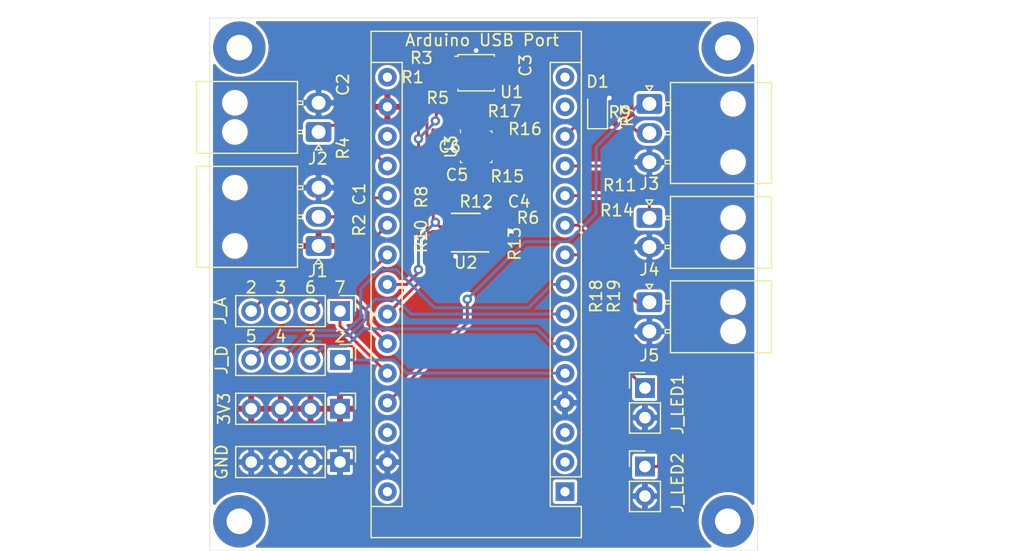
<source format=kicad_pcb>
(kicad_pcb (version 20171130) (host pcbnew "(5.1.5)-3")
  (layers (0 F.Cu signal) (31 B.Cu signal) (34 B.Paste user) (35 F.Paste user) (36 B.SilkS user) (37 F.SilkS user) (38 B.Mask user) (39 F.Mask user) (44 Edge.Cuts user))
  (net 0 "")
  (net 1 GND)
  (net 2 SCL)
  (net 3 SDA)
  (net 4 +3V3)
  (net 5 ATempMeas)
  (net 6 "Net-(R12-Pad1)")
  (net 7 +5V)
  (net 8 AFloodMeas)
  (net 9 DFlow)
  (net 10 Relay1)
  (net 11 Relay2)
  (net 12 "Net-(J4-Pad1)")
  (net 13 "Net-(J5-Pad1)")
  (net 14 "Net-(J3-Pad2)")
  (net 15 LED2)
  (net 16 LED1)
  (net 17 "Net-(J_LED1-Pad1)")
  (net 18 "Net-(J_LED2-Pad1)")
  (net 19 A7)
  (net 20 A6)
  (net 21 A3)
  (net 22 A2)
  (net 23 "Net-(R5-Pad2)")
  (net 24 "Net-(R6-Pad2)")
  (net 25 "Net-(R13-Pad1)")
  (net 26 "Net-(R15-Pad2)")
  (net 27 D5)
  (net 28 D4)
  (net 29 D3)
  (net 30 D2)
  (module Package_LGA:Bosch_LGA-8_2.5x2.5mm_P0.65mm_ClockwisePinNumbering (layer F.Cu) (at 129.54 77.089)
    (fp_text reference U3 (at -2.159 0 90) (layer F.SilkS))
    (fp_text value BME280)
    (pad 5 smd rect (at 0.975 1.025 90) (size 0.5 0.35) (layers F.Cu F.Paste F.Mask) (net 26 "Net-(R15-Pad2)"))
    (pad 6 smd rect (at 0.325 1.025 90) (size 0.5 0.35) (layers F.Cu F.Paste F.Mask) (net 4 +3V3))
    (pad 7 smd rect (at -0.325 1.025 90) (size 0.5 0.35) (layers F.Cu F.Paste F.Mask) (net 1 GND))
    (pad 8 smd rect (at -0.975 1.025 90) (size 0.5 0.35) (layers F.Cu F.Paste F.Mask) (net 4 +3V3))
    (pad 1 smd rect (at -0.975 -1.025 90) (size 0.5 0.35) (layers F.Cu F.Paste F.Mask) (net 1 GND))
    (pad 2 smd rect (at -0.325 -1.025 90) (size 0.5 0.35) (layers F.Cu F.Paste F.Mask) (net 4 +3V3))
    (pad 3 smd rect (at 0.325 -1.025 90) (size 0.5 0.35) (layers F.Cu F.Paste F.Mask) (net 3 SDA))
    (pad 4 smd rect (at 0.975 -1.025 90) (size 0.5 0.35) (layers F.Cu F.Paste F.Mask) (net 2 SCL))
  )
  (module Connector_PinHeader_2.54mm:PinHeader_1x04_P2.54mm_Vertical (layer F.Cu) (at 117.856 104.14 270)
    (fp_text reference J_GND1 hide)
    (fp_text value GND (at 0 10.16 90) (layer F.SilkS))
    (pad 4 thru_hole oval (at 0 7.62 270) (size 1.7 1.7) (drill 1) (layers *.Cu *.Mask) (net 1 GND))
    (pad 3 thru_hole oval (at 0 5.08 270) (size 1.7 1.7) (drill 1) (layers *.Cu *.Mask) (net 1 GND))
    (pad 2 thru_hole oval (at 0 2.54 270) (size 1.7 1.7) (drill 1) (layers *.Cu *.Mask) (net 1 GND))
    (pad 1 thru_hole rect (at 0 0 270) (size 1.7 1.7) (drill 1) (layers *.Cu *.Mask) (net 1 GND))
  )
  (module Connector_PinHeader_2.54mm:PinHeader_1x04_P2.54mm_Vertical (layer F.Cu) (at 117.856 99.568 270)
    (fp_text reference J_3V3 hide)
    (fp_text value 3V3 (at 0 9.95 90) (layer F.SilkS))
    (pad 4 thru_hole oval (at 0 7.62 270) (size 1.7 1.7) (drill 1) (layers *.Cu *.Mask) (net 4 +3V3))
    (pad 3 thru_hole oval (at 0 5.08 270) (size 1.7 1.7) (drill 1) (layers *.Cu *.Mask) (net 4 +3V3))
    (pad 2 thru_hole oval (at 0 2.54 270) (size 1.7 1.7) (drill 1) (layers *.Cu *.Mask) (net 4 +3V3))
    (pad 1 thru_hole rect (at 0 0 270) (size 1.7 1.7) (drill 1) (layers *.Cu *.Mask) (net 4 +3V3))
  )
  (module Connector_PinHeader_2.54mm:PinHeader_1x04_P2.54mm_Vertical (layer F.Cu) (at 117.856 95.377 270)
    (fp_text reference J_D1 hide)
    (fp_text value J_D (at 0 10.16 90) (layer F.SilkS))
    (pad 4 thru_hole oval (at 0 7.62 270) (size 1.7 1.7) (drill 1) (layers *.Cu *.Mask) (net 27 D5))
    (pad 3 thru_hole oval (at 0 5.08 270) (size 1.7 1.7) (drill 1) (layers *.Cu *.Mask) (net 28 D4))
    (pad 2 thru_hole oval (at 0 2.54 270) (size 1.7 1.7) (drill 1) (layers *.Cu *.Mask) (net 29 D3))
    (pad 1 thru_hole rect (at 0 0 270) (size 1.7 1.7) (drill 1) (layers *.Cu *.Mask) (net 30 D2))
  )
  (module Connector_PinHeader_2.54mm:PinHeader_1x04_P2.54mm_Vertical (layer F.Cu) (at 117.856 91.186 270)
    (fp_text reference J_A1 hide)
    (fp_text value J_A (at 0 10.287 90) (layer F.SilkS))
    (pad 4 thru_hole oval (at 0 7.62 270) (size 1.7 1.7) (drill 1) (layers *.Cu *.Mask) (net 22 A2))
    (pad 3 thru_hole oval (at 0 5.08 270) (size 1.7 1.7) (drill 1) (layers *.Cu *.Mask) (net 21 A3))
    (pad 2 thru_hole oval (at 0 2.54 270) (size 1.7 1.7) (drill 1) (layers *.Cu *.Mask) (net 20 A6))
    (pad 1 thru_hole rect (at 0 0 270) (size 1.7 1.7) (drill 1) (layers *.Cu *.Mask) (net 19 A7))
  )
  (module Resistor_SMD:R_0201_0603Metric (layer F.Cu) (at 141.351 87.63 270)
    (fp_text reference R19 (at 2.286 0 90) (layer F.SilkS))
    (fp_text value 562R)
    (pad 2 smd roundrect (at 0.32 0 270) (size 0.46 0.4) (layers F.Cu F.Mask) (net 18 "Net-(J_LED2-Pad1)"))
    (pad 1 smd roundrect (at -0.32 0 270) (size 0.46 0.4) (layers F.Cu F.Mask) (net 15 LED2))
  )
  (module Resistor_SMD:R_0201_0603Metric (layer F.Cu) (at 139.827 87.63 270)
    (fp_text reference R18 (at 2.286 0 90) (layer F.SilkS))
    (fp_text value 562R)
    (pad 2 smd roundrect (at 0.32 0 270) (size 0.46 0.4) (layers F.Cu F.Mask) (net 17 "Net-(J_LED1-Pad1)"))
    (pad 1 smd roundrect (at -0.32 0 270) (size 0.46 0.4) (layers F.Cu F.Mask) (net 16 LED1))
  )
  (module Connector_PinHeader_2.54mm:PinHeader_1x02_P2.54mm_Vertical (layer F.Cu) (at 144.018 104.521)
    (fp_text reference J_LED2 (at 2.794 1.397 90) (layer F.SilkS))
    (fp_text value PinHeader1x02)
    (pad 2 thru_hole oval (at 0 2.54) (size 1.7 1.7) (drill 1) (layers *.Cu *.Mask) (net 1 GND))
    (pad 1 thru_hole rect (at 0 0) (size 1.7 1.7) (drill 1) (layers *.Cu *.Mask) (net 18 "Net-(J_LED2-Pad1)"))
  )
  (module Connector_PinHeader_2.54mm:PinHeader_1x02_P2.54mm_Vertical (layer F.Cu) (at 144.018 97.79)
    (fp_text reference J_LED1 (at 2.794 1.397 90) (layer F.SilkS))
    (fp_text value PinHeader1x02)
    (pad 2 thru_hole oval (at 0 2.54) (size 1.7 1.7) (drill 1) (layers *.Cu *.Mask) (net 1 GND))
    (pad 1 thru_hole rect (at 0 0) (size 1.7 1.7) (drill 1) (layers *.Cu *.Mask) (net 17 "Net-(J_LED1-Pad1)"))
  )
  (module Connector_Molex:Molex_Nano-Fit_105313-xx03_1x03_P2.50mm_Horizontal (layer F.Cu) (at 116.019 85.598 180)
    (fp_text reference J1 (at 0.068 -2.159) (layer F.SilkS))
    (fp_text value "Molex 1053131103")
    (pad "" np_thru_hole circle (at 7.18 5 180) (size 1.7 1.7) (drill 1.7) (layers *.Cu *.Mask))
    (pad "" np_thru_hole circle (at 7.18 0 180) (size 1.7 1.7) (drill 1.7) (layers *.Cu *.Mask))
    (pad 3 thru_hole oval (at 0 5 180) (size 2.2 1.7) (drill 1.2) (layers *.Cu *.Mask) (net 1 GND))
    (pad 2 thru_hole oval (at 0 2.5 180) (size 2.2 1.7) (drill 1.2) (layers *.Cu *.Mask) (net 8 AFloodMeas))
    (pad 1 thru_hole roundrect (at 0 0 180) (size 2.2 1.7) (drill 1.2) (layers *.Cu *.Mask) (roundrect_rratio 0.147059) (net 4 +3V3))
  )
  (module Connector_Molex:Molex_Nano-Fit_105313-xx02_1x02_P2.50mm_Horizontal (layer F.Cu) (at 116.019 75.819 180)
    (fp_text reference J2 (at 0.068 -2.286) (layer F.SilkS))
    (fp_text value "Molex 1053131102")
    (pad "" np_thru_hole circle (at 7.18 2.5 180) (size 1.7 1.7) (drill 1.7) (layers *.Cu *.Mask))
    (pad "" np_thru_hole circle (at 7.18 0 180) (size 1.7 1.7) (drill 1.7) (layers *.Cu *.Mask))
    (pad 2 thru_hole oval (at 0 2.5 180) (size 2.2 1.7) (drill 1.2) (layers *.Cu *.Mask) (net 1 GND))
    (pad 1 thru_hole roundrect (at 0 0 180) (size 2.2 1.7) (drill 1.2) (layers *.Cu *.Mask) (roundrect_rratio 0.147059) (net 5 ATempMeas))
  )
  (module Resistor_SMD:R_0201_0603Metric (layer F.Cu) (at 141.859 75.184)
    (fp_text reference R9 (at 0 -1.05) (layer F.SilkS))
    (fp_text value 470)
    (pad 2 smd roundrect (at 0.32 0) (size 0.46 0.4) (layers F.Cu F.Mask) (net 14 "Net-(J3-Pad2)"))
    (pad 1 smd roundrect (at -0.32 0) (size 0.46 0.4) (layers F.Cu F.Mask) (net 9 DFlow))
  )
  (module Connector_Molex:Molex_Nano-Fit_105313-xx03_1x03_P2.50mm_Horizontal (layer F.Cu) (at 144.399 73.406)
    (fp_text reference J3 (at 0 6.858) (layer F.SilkS))
    (fp_text value "Molex 1053131103")
    (pad "" np_thru_hole circle (at 7.18 5) (size 1.7 1.7) (drill 1.7) (layers *.Cu *.Mask))
    (pad "" np_thru_hole circle (at 7.18 0) (size 1.7 1.7) (drill 1.7) (layers *.Cu *.Mask))
    (pad 3 thru_hole oval (at 0 5) (size 2.2 1.7) (drill 1.2) (layers *.Cu *.Mask) (net 1 GND))
    (pad 2 thru_hole oval (at 0 2.5) (size 2.2 1.7) (drill 1.2) (layers *.Cu *.Mask) (net 14 "Net-(J3-Pad2)"))
    (pad 1 thru_hole roundrect (at 0 0) (size 2.2 1.7) (drill 1.2) (layers *.Cu *.Mask) (roundrect_rratio 0.147059) (net 7 +5V))
  )
  (module Connector_Molex:Molex_Nano-Fit_105313-xx02_1x02_P2.50mm_Horizontal (layer F.Cu) (at 144.399 90.424)
    (fp_text reference J5 (at 0 4.572) (layer F.SilkS))
    (fp_text value "Molex 1053131102")
    (pad "" np_thru_hole circle (at 7.18 2.5) (size 1.7 1.7) (drill 1.7) (layers *.Cu *.Mask))
    (pad "" np_thru_hole circle (at 7.18 0) (size 1.7 1.7) (drill 1.7) (layers *.Cu *.Mask))
    (pad 2 thru_hole oval (at 0 2.5) (size 2.2 1.7) (drill 1.2) (layers *.Cu *.Mask) (net 1 GND))
    (pad 1 thru_hole roundrect (at 0 0) (size 2.2 1.7) (drill 1.2) (layers *.Cu *.Mask) (roundrect_rratio 0.147059) (net 13 "Net-(J5-Pad1)"))
  )
  (module Connector_Molex:Molex_Nano-Fit_105313-xx02_1x02_P2.50mm_Horizontal (layer F.Cu) (at 144.399 83.185)
    (fp_text reference J4 (at 0 4.445) (layer F.SilkS))
    (fp_text value "Molex 1053131102")
    (pad "" np_thru_hole circle (at 7.18 2.5) (size 1.7 1.7) (drill 1.7) (layers *.Cu *.Mask))
    (pad "" np_thru_hole circle (at 7.18 0) (size 1.7 1.7) (drill 1.7) (layers *.Cu *.Mask))
    (pad 2 thru_hole oval (at 0 2.5) (size 2.2 1.7) (drill 1.2) (layers *.Cu *.Mask) (net 1 GND))
    (pad 1 thru_hole roundrect (at 0 0) (size 2.2 1.7) (drill 1.2) (layers *.Cu *.Mask) (roundrect_rratio 0.147059) (net 12 "Net-(J4-Pad1)"))
  )
  (module MountingHole:MountingHole_2.2mm_M2_ISO7380 (layer F.Cu) (at 151.13 109.22)
    (fp_text reference REF** hide)
    (fp_text value MountingHole_2.2mm_M2_ISO7380)
    (pad "" np_thru_hole circle (at 0 0) (size 4.5 4.5) (drill 2.2) (layers *.Cu *.Mask))
  )
  (module MountingHole:MountingHole_2.2mm_M2_ISO7380 (layer F.Cu) (at 109.22 109.22)
    (fp_text reference REF** hide)
    (fp_text value MountingHole_2.2mm_M2_ISO7380)
    (pad "" np_thru_hole circle (at 0 0) (size 4.5 4.5) (drill 2.2) (layers *.Cu *.Mask))
  )
  (module MountingHole:MountingHole_2.2mm_M2_ISO7380 (layer F.Cu) (at 151.13 68.58)
    (fp_text reference REF** hide)
    (fp_text value MountingHole_2.2mm_M2_ISO7380)
    (pad "" np_thru_hole circle (at 0 0) (size 4.5 4.5) (drill 2.2) (layers *.Cu *.Mask))
  )
  (module MountingHole:MountingHole_2.2mm_M2_ISO7380 (layer F.Cu) (at 109.22 68.58)
    (fp_text reference REF** hide)
    (fp_text value MountingHole_2.2mm_M2_ISO7380)
    (pad "" np_thru_hole circle (at 0 0) (size 4.5 4.5) (drill 2.2) (layers *.Cu *.Mask))
  )
  (module Capacitor_SMD:C_0201_0603Metric (layer F.Cu) (at 132.715 70.104 270)
    (fp_text reference C3 (at 0 -1.05 90) (layer F.SilkS))
    (fp_text value 100nF)
    (pad 2 smd roundrect (at 0.32 0 270) (size 0.46 0.4) (layers F.Cu F.Mask) (net 1 GND))
    (pad 1 smd roundrect (at -0.32 0 270) (size 0.46 0.4) (layers F.Cu F.Mask) (net 4 +3V3))
  )
  (module Capacitor_SMD:C_0201_0603Metric (layer F.Cu) (at 129.159 79.502 90)
    (fp_text reference C5 (at 0 -1.27 180) (layer F.SilkS))
    (fp_text value 100nF hide)
    (pad 2 smd roundrect (at 0.32 0 90) (size 0.46 0.4) (layers F.Cu F.Mask) (net 1 GND))
    (pad 1 smd roundrect (at -0.32 0 90) (size 0.46 0.4) (layers F.Cu F.Mask) (net 4 +3V3))
  )
  (module Capacitor_SMD:C_0201_0603Metric (layer F.Cu) (at 127.254 76.073)
    (fp_text reference C6 (at 0 1.016) (layer F.SilkS))
    (fp_text value 100nF hide)
    (pad 2 smd roundrect (at 0.32 0) (size 0.46 0.4) (layers F.Cu F.Mask) (net 1 GND))
    (pad 1 smd roundrect (at -0.32 0) (size 0.46 0.4) (layers F.Cu F.Mask) (net 4 +3V3))
  )
  (module Capacitor_SMD:C_0201_0603Metric (layer F.Cu) (at 118.11 73.533 90)
    (fp_text reference C2 (at 1.778 0 90) (layer F.SilkS))
    (fp_text value 100nF)
    (pad 2 smd roundrect (at 0.32 0 90) (size 0.46 0.4) (layers F.Cu F.Mask) (net 1 GND))
    (pad 1 smd roundrect (at -0.32 0 90) (size 0.46 0.4) (layers F.Cu F.Mask) (net 5 ATempMeas))
  )
  (module Capacitor_SMD:C_0201_0603Metric (layer F.Cu) (at 131.826 82.296)
    (fp_text reference C4 (at 1.397 -0.508) (layer F.SilkS))
    (fp_text value 100nF)
    (pad 1 smd roundrect (at -0.32 0) (size 0.46 0.4) (layers F.Cu F.Mask) (net 1 GND))
    (pad 2 smd roundrect (at 0.32 0) (size 0.46 0.4) (layers F.Cu F.Mask) (net 4 +3V3))
  )
  (module Capacitor_SMD:C_0201_0603Metric (layer F.Cu) (at 118.237 81.153 90)
    (fp_text reference C1 (at 0 1.27 90) (layer F.SilkS))
    (fp_text value 100nF)
    (pad 2 smd roundrect (at 0.32 0 90) (size 0.46 0.4) (layers F.Cu F.Mask) (net 1 GND))
    (pad 1 smd roundrect (at -0.32 0 90) (size 0.46 0.4) (layers F.Cu F.Mask) (net 8 AFloodMeas))
  )
  (module Resistor_SMD:R_0201_0603Metric (layer F.Cu) (at 126.238 69.469 270)
    (fp_text reference R3 (at 0 1.397) (layer F.SilkS))
    (fp_text value 4.7k)
    (pad 2 smd roundrect (at 0.32 0 270) (size 0.46 0.4) (layers F.Cu F.Mask) (net 3 SDA))
    (pad 1 smd roundrect (at -0.32 0 270) (size 0.46 0.4) (layers F.Cu F.Mask) (net 4 +3V3))
  )
  (module Resistor_SMD:R_0201_0603Metric (layer F.Cu) (at 125.73 71.755 180)
    (fp_text reference R1 (at 1.651 0.635) (layer F.SilkS))
    (fp_text value 4.7k)
    (pad 2 smd roundrect (at 0.32 0 180) (size 0.46 0.4) (layers F.Cu F.Mask) (net 2 SCL))
    (pad 1 smd roundrect (at -0.32 0 180) (size 0.46 0.4) (layers F.Cu F.Mask) (net 4 +3V3))
  )
  (module Resistor_SMD:R_0201_0603Metric (layer F.Cu) (at 127 71.374 90)
    (fp_text reference R5 (at -1.524 -0.762 180) (layer F.SilkS))
    (fp_text value 4.7k)
    (pad 2 smd roundrect (at 0.32 0 90) (size 0.46 0.4) (layers F.Cu F.Mask) (net 23 "Net-(R5-Pad2)"))
    (pad 1 smd roundrect (at -0.32 0 90) (size 0.46 0.4) (layers F.Cu F.Mask) (net 4 +3V3))
  )
  (module Resistor_SMD:R_0201_0603Metric (layer F.Cu) (at 130.429 79.502 90)
    (fp_text reference R15 (at -0.127 1.778) (layer F.SilkS))
    (fp_text value 4.7k)
    (pad 2 smd roundrect (at 0.32 0 90) (size 0.46 0.4) (layers F.Cu F.Mask) (net 26 "Net-(R15-Pad2)"))
    (pad 1 smd roundrect (at -0.32 0 90) (size 0.46 0.4) (layers F.Cu F.Mask) (net 4 +3V3))
  )
  (module Resistor_SMD:R_0201_0603Metric (layer F.Cu) (at 132.08 75.819 180)
    (fp_text reference R16 (at -1.651 0.254) (layer F.SilkS))
    (fp_text value 4.7k)
    (pad 2 smd roundrect (at 0.32 0 180) (size 0.46 0.4) (layers F.Cu F.Mask) (net 2 SCL))
    (pad 1 smd roundrect (at -0.32 0 180) (size 0.46 0.4) (layers F.Cu F.Mask) (net 4 +3V3))
  )
  (module Resistor_SMD:R_0201_0603Metric (layer F.Cu) (at 130.175 74.549)
    (fp_text reference R17 (at 1.778 -0.508) (layer F.SilkS))
    (fp_text value 4.7k)
    (pad 2 smd roundrect (at 0.32 0) (size 0.46 0.4) (layers F.Cu F.Mask) (net 3 SDA))
    (pad 1 smd roundrect (at -0.32 0) (size 0.46 0.4) (layers F.Cu F.Mask) (net 4 +3V3))
  )
  (module Resistor_SMD:R_0201_0603Metric (layer F.Cu) (at 118.11 75.565 90)
    (fp_text reference R4 (at -1.651 0 90) (layer F.SilkS))
    (fp_text value 10k)
    (pad 2 smd roundrect (at 0.32 0 90) (size 0.46 0.4) (layers F.Cu F.Mask) (net 5 ATempMeas))
    (pad 1 smd roundrect (at -0.32 0 90) (size 0.46 0.4) (layers F.Cu F.Mask) (net 4 +3V3))
  )
  (module Resistor_SMD:R_0201_0603Metric (layer F.Cu) (at 125.857 84.77 90)
    (fp_text reference R10 (at 0 -1.05 90) (layer F.SilkS))
    (fp_text value 10k)
    (pad 2 smd roundrect (at 0.32 0 90) (size 0.46 0.4) (layers F.Cu F.Mask) (net 2 SCL))
    (pad 1 smd roundrect (at -0.32 0 90) (size 0.46 0.4) (layers F.Cu F.Mask) (net 4 +3V3))
  )
  (module Resistor_SMD:R_0201_0603Metric (layer F.Cu) (at 125.857 82.296 270)
    (fp_text reference R8 (at -0.889 1.016 90) (layer F.SilkS))
    (fp_text value 10k)
    (pad 2 smd roundrect (at 0.32 0 270) (size 0.46 0.4) (layers F.Cu F.Mask) (net 3 SDA))
    (pad 1 smd roundrect (at -0.32 0 270) (size 0.46 0.4) (layers F.Cu F.Mask) (net 4 +3V3))
  )
  (module Resistor_SMD:R_0201_0603Metric (layer F.Cu) (at 131.826 83.439 180)
    (fp_text reference R6 (at -2.159 0.254) (layer F.SilkS))
    (fp_text value 10k)
    (pad 1 smd roundrect (at -0.32 0 180) (size 0.46 0.4) (layers F.Cu F.Mask) (net 4 +3V3))
    (pad 2 smd roundrect (at 0.32 0 180) (size 0.46 0.4) (layers F.Cu F.Mask) (net 24 "Net-(R6-Pad2)"))
  )
  (module Resistor_SMD:R_0201_0603Metric (layer F.Cu) (at 127.508 82.042)
    (fp_text reference R12 (at 2.032 -0.254) (layer F.SilkS))
    (fp_text value 10k)
    (pad 1 smd roundrect (at -0.32 0) (size 0.46 0.4) (layers F.Cu F.Mask) (net 6 "Net-(R12-Pad1)"))
    (pad 2 smd roundrect (at 0.32 0) (size 0.46 0.4) (layers F.Cu F.Mask) (net 1 GND))
  )
  (module Resistor_SMD:R_0201_0603Metric (layer F.Cu) (at 131.572 84.709 90)
    (fp_text reference R13 (at -0.701 1.27 90) (layer F.SilkS))
    (fp_text value 10k)
    (pad 1 smd roundrect (at -0.32 0 90) (size 0.46 0.4) (layers F.Cu F.Mask) (net 25 "Net-(R13-Pad1)"))
    (pad 2 smd roundrect (at 0.32 0 90) (size 0.46 0.4) (layers F.Cu F.Mask) (net 1 GND))
  )
  (module Resistor_SMD:R_0201_0603Metric (layer F.Cu) (at 118.237 83.82 90)
    (fp_text reference R2 (at 0 1.27 90) (layer F.SilkS))
    (fp_text value 10k)
    (pad 2 smd roundrect (at 0.32 0 90) (size 0.46 0.4) (layers F.Cu F.Mask) (net 8 AFloodMeas))
    (pad 1 smd roundrect (at -0.32 0 90) (size 0.46 0.4) (layers F.Cu F.Mask) (net 4 +3V3))
  )
  (module Resistor_SMD:R_0201_0603Metric (layer F.Cu) (at 141.478 73.914 90)
    (fp_text reference R7 (at -0.508 1.016 90) (layer F.SilkS))
    (fp_text value 1.1k)
    (pad 2 smd roundrect (at 0.32 0 90) (size 0.46 0.4) (layers F.Cu F.Mask) (net 1 GND))
    (pad 1 smd roundrect (at -0.32 0 90) (size 0.46 0.4) (layers F.Cu F.Mask) (net 9 DFlow))
  )
  (module Resistor_SMD:R_0201_0603Metric (layer F.Cu) (at 141.986 79.248)
    (fp_text reference R11 (at -0.127 1.143) (layer F.SilkS))
    (fp_text value 562R)
    (pad 2 smd roundrect (at 0.32 0) (size 0.46 0.4) (layers F.Cu F.Mask) (net 12 "Net-(J4-Pad1)"))
    (pad 1 smd roundrect (at -0.32 0) (size 0.46 0.4) (layers F.Cu F.Mask) (net 11 Relay2))
  )
  (module Resistor_SMD:R_0201_0603Metric (layer F.Cu) (at 141.986 81.407)
    (fp_text reference R14 (at -0.381 1.143) (layer F.SilkS))
    (fp_text value 562R)
    (pad 2 smd roundrect (at 0.32 0) (size 0.46 0.4) (layers F.Cu F.Mask) (net 13 "Net-(J5-Pad1)"))
    (pad 1 smd roundrect (at -0.32 0) (size 0.46 0.4) (layers F.Cu F.Mask) (net 10 Relay1))
  )
  (module Package_DFN_QFN:DFN-10-1EP_3x3mm_P0.5mm_EP1.55x2.48mm (layer F.Cu) (at 128.651 84.455 180)
    (fp_text reference U2 (at 0 -2.575) (layer F.SilkS))
    (fp_text value ALS31300)
    (pad 11 smd rect (at 0 0 180) (size 1.55 2.48) (layers F.Cu F.Mask))
    (pad 10 smd rect (at 1.55 -1 180) (size 0.65 0.3) (layers F.Cu F.Paste F.Mask) (net 1 GND))
    (pad 9 smd rect (at 1.55 -0.5 180) (size 0.65 0.3) (layers F.Cu F.Paste F.Mask) (net 1 GND))
    (pad 8 smd rect (at 1.55 0 180) (size 0.65 0.3) (layers F.Cu F.Paste F.Mask) (net 2 SCL))
    (pad 7 smd rect (at 1.55 0.5 180) (size 0.65 0.3) (layers F.Cu F.Paste F.Mask) (net 3 SDA))
    (pad 6 smd rect (at 1.55 1 180) (size 0.65 0.3) (layers F.Cu F.Paste F.Mask) (net 6 "Net-(R12-Pad1)"))
    (pad 5 smd rect (at -1.55 1 180) (size 0.65 0.3) (layers F.Cu F.Paste F.Mask) (net 1 GND))
    (pad 4 smd rect (at -1.55 0.5 180) (size 0.65 0.3) (layers F.Cu F.Paste F.Mask) (net 24 "Net-(R6-Pad2)"))
    (pad 3 smd rect (at -1.55 0 180) (size 0.65 0.3) (layers F.Cu F.Paste F.Mask) (net 1 GND))
    (pad 2 smd rect (at -1.55 -0.5 180) (size 0.65 0.3) (layers F.Cu F.Paste F.Mask) (net 25 "Net-(R13-Pad1)"))
    (pad 1 smd rect (at -1.55 -1 180) (size 0.65 0.3) (layers F.Cu F.Paste F.Mask) (net 4 +3V3))
  )
  (module Diode_SMD:D_SOD-323F (layer F.Cu) (at 139.954 74.041 90)
    (fp_text reference D1 (at 2.54 0 180) (layer F.SilkS))
    (fp_text value MM3Z3V3B)
    (pad 2 smd rect (at 1.1 0 90) (size 0.5 0.5) (layers F.Cu F.Paste F.Mask) (net 1 GND))
    (pad 1 smd rect (at -1.1 0 90) (size 0.5 0.5) (layers F.Cu F.Paste F.Mask) (net 9 DFlow))
  )
  (module Module:Arduino_Nano (layer F.Cu) (at 137.16 106.68 180)
    (fp_text reference A1 hide)
    (fp_text value Arduino_Nano_v3.x)
    (pad 16 thru_hole oval (at 15.24 35.56 180) (size 1.6 1.6) (drill 0.8) (layers *.Cu *.Mask))
    (pad 15 thru_hole oval (at 0 35.56 180) (size 1.6 1.6) (drill 0.8) (layers *.Cu *.Mask))
    (pad 30 thru_hole oval (at 15.24 0 180) (size 1.6 1.6) (drill 0.8) (layers *.Cu *.Mask))
    (pad 14 thru_hole oval (at 0 33.02 180) (size 1.6 1.6) (drill 0.8) (layers *.Cu *.Mask))
    (pad 29 thru_hole oval (at 15.24 2.54 180) (size 1.6 1.6) (drill 0.8) (layers *.Cu *.Mask) (net 1 GND))
    (pad 13 thru_hole oval (at 0 30.48 180) (size 1.6 1.6) (drill 0.8) (layers *.Cu *.Mask) (net 9 DFlow))
    (pad 28 thru_hole oval (at 15.24 5.08 180) (size 1.6 1.6) (drill 0.8) (layers *.Cu *.Mask))
    (pad 12 thru_hole oval (at 0 27.94 180) (size 1.6 1.6) (drill 0.8) (layers *.Cu *.Mask) (net 11 Relay2))
    (pad 27 thru_hole oval (at 15.24 7.62 180) (size 1.6 1.6) (drill 0.8) (layers *.Cu *.Mask) (net 7 +5V))
    (pad 11 thru_hole oval (at 0 25.4 180) (size 1.6 1.6) (drill 0.8) (layers *.Cu *.Mask) (net 10 Relay1))
    (pad 26 thru_hole oval (at 15.24 10.16 180) (size 1.6 1.6) (drill 0.8) (layers *.Cu *.Mask) (net 19 A7))
    (pad 10 thru_hole oval (at 0 22.86 180) (size 1.6 1.6) (drill 0.8) (layers *.Cu *.Mask) (net 15 LED2))
    (pad 25 thru_hole oval (at 15.24 12.7 180) (size 1.6 1.6) (drill 0.8) (layers *.Cu *.Mask) (net 20 A6))
    (pad 9 thru_hole oval (at 0 20.32 180) (size 1.6 1.6) (drill 0.8) (layers *.Cu *.Mask) (net 16 LED1))
    (pad 24 thru_hole oval (at 15.24 15.24 180) (size 1.6 1.6) (drill 0.8) (layers *.Cu *.Mask) (net 2 SCL))
    (pad 8 thru_hole oval (at 0 17.78 180) (size 1.6 1.6) (drill 0.8) (layers *.Cu *.Mask) (net 27 D5))
    (pad 23 thru_hole oval (at 15.24 17.78 180) (size 1.6 1.6) (drill 0.8) (layers *.Cu *.Mask) (net 3 SDA))
    (pad 7 thru_hole oval (at 0 15.24 180) (size 1.6 1.6) (drill 0.8) (layers *.Cu *.Mask) (net 28 D4))
    (pad 22 thru_hole oval (at 15.24 20.32 180) (size 1.6 1.6) (drill 0.8) (layers *.Cu *.Mask) (net 21 A3))
    (pad 6 thru_hole oval (at 0 12.7 180) (size 1.6 1.6) (drill 0.8) (layers *.Cu *.Mask) (net 29 D3))
    (pad 21 thru_hole oval (at 15.24 22.86 180) (size 1.6 1.6) (drill 0.8) (layers *.Cu *.Mask) (net 22 A2))
    (pad 5 thru_hole oval (at 0 10.16 180) (size 1.6 1.6) (drill 0.8) (layers *.Cu *.Mask) (net 30 D2))
    (pad 20 thru_hole oval (at 15.24 25.4 180) (size 1.6 1.6) (drill 0.8) (layers *.Cu *.Mask) (net 8 AFloodMeas))
    (pad 4 thru_hole oval (at 0 7.62 180) (size 1.6 1.6) (drill 0.8) (layers *.Cu *.Mask) (net 1 GND))
    (pad 19 thru_hole oval (at 15.24 27.94 180) (size 1.6 1.6) (drill 0.8) (layers *.Cu *.Mask) (net 5 ATempMeas))
    (pad 3 thru_hole oval (at 0 5.08 180) (size 1.6 1.6) (drill 0.8) (layers *.Cu *.Mask))
    (pad 18 thru_hole oval (at 15.24 30.48 180) (size 1.6 1.6) (drill 0.8) (layers *.Cu *.Mask))
    (pad 2 thru_hole oval (at 0 2.54 180) (size 1.6 1.6) (drill 0.8) (layers *.Cu *.Mask))
    (pad 17 thru_hole oval (at 15.24 33.02 180) (size 1.6 1.6) (drill 0.8) (layers *.Cu *.Mask) (net 4 +3V3))
    (pad 1 thru_hole rect (at 0 0 180) (size 1.6 1.6) (drill 0.8) (layers *.Cu *.Mask))
  )
  (module Package_DFN_QFN:DFN-8-1EP_3x3mm_P0.65mm_EP1.55x2.4mm (layer F.Cu) (at 129.54 70.739)
    (fp_text reference U1 (at 3.048 1.651) (layer F.SilkS))
    (fp_text value MCP9808_DFN)
    (pad 9 smd rect (at 0 0) (size 1.55 2.4) (layers F.Cu F.Mask) (net 1 GND))
    (pad 8 smd rect (at 1.55 -0.975) (size 0.65 0.35) (layers F.Cu F.Paste F.Mask) (net 4 +3V3))
    (pad 7 smd rect (at 1.55 -0.325) (size 0.65 0.35) (layers F.Cu F.Paste F.Mask) (net 1 GND))
    (pad 6 smd rect (at 1.55 0.325) (size 0.65 0.35) (layers F.Cu F.Paste F.Mask) (net 1 GND))
    (pad 5 smd rect (at 1.55 0.975) (size 0.65 0.35) (layers F.Cu F.Paste F.Mask) (net 1 GND))
    (pad 4 smd rect (at -1.55 0.975) (size 0.65 0.35) (layers F.Cu F.Paste F.Mask) (net 1 GND))
    (pad 3 smd rect (at -1.55 0.325) (size 0.65 0.35) (layers F.Cu F.Paste F.Mask) (net 23 "Net-(R5-Pad2)"))
    (pad 2 smd rect (at -1.55 -0.325) (size 0.65 0.35) (layers F.Cu F.Paste F.Mask) (net 2 SCL))
    (pad 1 smd rect (at -1.55 -0.975) (size 0.65 0.35) (layers F.Cu F.Paste F.Mask) (net 3 SDA))
  )
  (gr_text 5 (at 110.236 93.345) (layer F.SilkS) (effects (font (size 1 1))))
  (gr_text 2 (at 117.856 93.345) (layer F.SilkS) (effects (font (size 1 1))))
  (gr_text 3 (at 115.316 93.345) (layer F.SilkS) (effects (font (size 1 1))))
  (gr_text 4 (at 112.776 93.345) (layer F.SilkS) (effects (font (size 1 1))))
  (gr_text 7 (at 117.856 89.154) (layer F.SilkS) (effects (font (size 1 1))))
  (gr_text 6 (at 115.316 89.154) (layer F.SilkS) (effects (font (size 1 1))))
  (gr_text 3 (at 112.776 89.154) (layer F.SilkS) (effects (font (size 1 1))))
  (gr_text 2 (at 110.236 89.154) (layer F.SilkS) (effects (font (size 1 1))))
  (gr_line (start 153.67 66.04) (end 106.68 66.04) (layer Edge.Cuts) (width 0.05))
  (gr_text "Arduino USB Port" (at 130.048 67.945) (layer F.SilkS) (effects (font (size 1 1))))
  (gr_line (start 106.68 111.76) (end 153.67 111.76) (layer Edge.Cuts) (width 0.05))
  (gr_line (start 153.67 111.76) (end 153.67 66.04) (layer Edge.Cuts) (width 0.05))
  (gr_line (start 106.68 66.04) (end 106.68 111.76) (layer Edge.Cuts) (width 0.05))
  (via (at 127.762 86.487) (size 0.8) (drill 0.4) (layers F.Cu B.Cu) (net 1))
  (segment (start 127.101 85.826) (end 127.762 86.487) (width 0.25) (layer F.Cu) (net 1))
  (segment (start 127.101 85.455) (end 127.101 85.826) (width 0.25) (layer F.Cu) (net 1))
  (segment (start 127.101 85.455) (end 127.101 84.955) (width 0.25) (layer F.Cu) (net 1))
  (segment (start 131.09 70.414) (end 131.09 71.064) (width 0.25) (layer F.Cu) (net 1))
  (segment (start 131.09 71.714) (end 131.09 71.064) (width 0.25) (layer F.Cu) (net 1))
  (segment (start 128.565 71.714) (end 129.54 70.739) (width 0.25) (layer F.Cu) (net 1))
  (segment (start 127.99 71.714) (end 128.565 71.714) (width 0.25) (layer F.Cu) (net 1))
  (segment (start 129.865 71.064) (end 129.54 70.739) (width 0.25) (layer F.Cu) (net 1))
  (segment (start 131.09 71.064) (end 129.865 71.064) (width 0.25) (layer F.Cu) (net 1))
  (segment (start 129.865 70.414) (end 129.54 70.739) (width 0.25) (layer F.Cu) (net 1))
  (segment (start 132.705 70.414) (end 132.715 70.424) (width 0.25) (layer F.Cu) (net 1))
  (segment (start 131.09 70.414) (end 132.705 70.414) (width 0.25) (layer F.Cu) (net 1))
  (segment (start 129.159 78.17) (end 129.215 78.114) (width 0.25) (layer F.Cu) (net 1))
  (segment (start 129.159 79.182) (end 129.159 78.17) (width 0.25) (layer F.Cu) (net 1))
  (segment (start 130.201 82.068) (end 130.175 82.042) (width 0.25) (layer F.Cu) (net 1))
  (segment (start 130.429 82.296) (end 130.175 82.042) (width 0.25) (layer F.Cu) (net 1))
  (segment (start 131.506 82.296) (end 130.429 82.296) (width 0.25) (layer F.Cu) (net 1))
  (segment (start 130.175 82.042) (end 127.828 82.042) (width 0.25) (layer F.Cu) (net 1))
  (via (at 129.54 68.834) (size 0.8) (drill 0.4) (layers F.Cu B.Cu) (net 1))
  (segment (start 129.54 70.739) (end 129.54 68.961) (width 0.25) (layer F.Cu) (net 1))
  (segment (start 130.201 82.524) (end 130.429 82.296) (width 0.25) (layer F.Cu) (net 1))
  (segment (start 130.201 83.455) (end 130.201 82.524) (width 0.25) (layer F.Cu) (net 1))
  (segment (start 130.429 82.296) (end 130.429 82.296) (width 0.25) (layer F.Cu) (net 1))
  (via (at 130.429 82.296) (size 0.8) (drill 0.4) (layers F.Cu B.Cu) (net 1))
  (segment (start 131.506 84.455) (end 131.572 84.389) (width 0.25) (layer F.Cu) (net 1))
  (segment (start 130.201 84.455) (end 131.506 84.455) (width 0.25) (layer F.Cu) (net 1))
  (via (at 132.461 84.328) (size 0.8) (drill 0.4) (layers F.Cu B.Cu) (net 1))
  (segment (start 131.572 84.389) (end 132.4 84.389) (width 0.25) (layer F.Cu) (net 1))
  (segment (start 132.4 84.389) (end 132.461 84.328) (width 0.25) (layer F.Cu) (net 1))
  (segment (start 116.125 73.213) (end 118.11 73.213) (width 0.25) (layer F.Cu) (net 1))
  (segment (start 116.019 73.319) (end 116.125 73.213) (width 0.25) (layer F.Cu) (net 1))
  (segment (start 118.002 80.598) (end 118.237 80.833) (width 0.25) (layer F.Cu) (net 1))
  (segment (start 116.019 80.598) (end 118.002 80.598) (width 0.25) (layer F.Cu) (net 1))
  (segment (start 140.825 72.941) (end 141.478 73.594) (width 0.25) (layer F.Cu) (net 1))
  (segment (start 139.954 72.941) (end 140.825 72.941) (width 0.25) (layer F.Cu) (net 1))
  (segment (start 140.825 72.941) (end 140.927 72.941) (width 0.25) (layer F.Cu) (net 1))
  (via (at 140.97 72.898) (size 0.8) (drill 0.4) (layers F.Cu B.Cu) (net 1))
  (segment (start 140.927 72.941) (end 140.97 72.898) (width 0.25) (layer F.Cu) (net 1))
  (segment (start 128.565 76.964) (end 128.565 76.564) (width 0.25) (layer F.Cu) (net 1))
  (segment (start 128.565 76.564) (end 128.565 76.064) (width 0.25) (layer F.Cu) (net 1))
  (segment (start 128.556 76.073) (end 128.565 76.064) (width 0.25) (layer F.Cu) (net 1))
  (segment (start 128.073685 77.215999) (end 127.508 77.215999) (width 0.25) (layer F.Cu) (net 1))
  (segment (start 128.565 76.964) (end 128.313001 77.215999) (width 0.25) (layer F.Cu) (net 1))
  (segment (start 127.574 77.149999) (end 127.508 77.215999) (width 0.25) (layer F.Cu) (net 1))
  (segment (start 128.313001 77.215999) (end 128.073685 77.215999) (width 0.25) (layer F.Cu) (net 1))
  (via (at 127.508 77.215999) (size 0.8) (drill 0.4) (layers F.Cu B.Cu) (net 1))
  (segment (start 127.574 76.073) (end 127.574 77.149999) (width 0.25) (layer F.Cu) (net 1))
  (segment (start 128.816999 77.215999) (end 128.313001 77.215999) (width 0.25) (layer F.Cu) (net 1))
  (segment (start 129.215 77.614) (end 128.816999 77.215999) (width 0.25) (layer F.Cu) (net 1))
  (segment (start 129.215 78.114) (end 129.215 77.614) (width 0.25) (layer F.Cu) (net 1))
  (segment (start 131.515 76.064) (end 131.76 75.819) (width 0.25) (layer F.Cu) (net 2))
  (segment (start 130.515 76.064) (end 131.515 76.064) (width 0.25) (layer F.Cu) (net 2))
  (segment (start 127.99 70.414) (end 126.14 70.414) (width 0.25) (layer F.Cu) (net 2))
  (segment (start 126.14 70.414) (end 125.41 71.144) (width 0.25) (layer F.Cu) (net 2))
  (segment (start 125.41 71.144) (end 125.41 71.755) (width 0.25) (layer F.Cu) (net 2))
  (segment (start 125.312001 88.047999) (end 122.719999 90.640001) (width 0.25) (layer F.Cu) (net 2))
  (segment (start 122.719999 90.640001) (end 121.92 91.44) (width 0.25) (layer F.Cu) (net 2))
  (segment (start 125.312001 84.418001) (end 125.312001 88.047999) (width 0.25) (layer F.Cu) (net 2))
  (segment (start 125.862 84.455) (end 125.857 84.45) (width 0.25) (layer F.Cu) (net 2))
  (segment (start 127.101 84.455) (end 125.862 84.455) (width 0.25) (layer F.Cu) (net 2))
  (segment (start 125.344 84.45) (end 125.312001 84.418001) (width 0.25) (layer F.Cu) (net 2))
  (segment (start 125.857 84.45) (end 125.344 84.45) (width 0.25) (layer F.Cu) (net 2))
  (segment (start 131.76 75.819) (end 131.76 74.97759) (width 0.25) (layer F.Cu) (net 2))
  (segment (start 129.906379 73.12397) (end 126.645619 73.12397) (width 0.25) (layer F.Cu) (net 2))
  (segment (start 125.312001 74.457588) (end 125.312001 74.458999) (width 0.25) (layer F.Cu) (net 2))
  (segment (start 131.76 74.97759) (end 129.906379 73.12397) (width 0.25) (layer F.Cu) (net 2))
  (segment (start 126.645619 73.12397) (end 125.312001 74.457588) (width 0.25) (layer F.Cu) (net 2))
  (segment (start 125.356 72.009) (end 125.41 71.955) (width 0.25) (layer F.Cu) (net 2))
  (segment (start 125.41 71.955) (end 125.41 71.755) (width 0.25) (layer F.Cu) (net 2))
  (segment (start 125.312001 72.009) (end 125.356 72.009) (width 0.25) (layer F.Cu) (net 2))
  (segment (start 125.312001 72.009) (end 125.312001 85.263002) (width 0.25) (layer F.Cu) (net 2))
  (segment (start 126.263 69.764) (end 126.238 69.789) (width 0.25) (layer F.Cu) (net 3))
  (segment (start 127.99 69.764) (end 126.263 69.764) (width 0.25) (layer F.Cu) (net 3))
  (segment (start 124.587 76.396315) (end 124.587 76.962) (width 0.25) (layer F.Cu) (net 3))
  (segment (start 124.587 71.24) (end 124.587 76.396315) (width 0.25) (layer F.Cu) (net 3))
  (segment (start 126.038 69.789) (end 124.587 71.24) (width 0.25) (layer F.Cu) (net 3))
  (segment (start 126.238 69.789) (end 126.038 69.789) (width 0.25) (layer F.Cu) (net 3))
  (segment (start 123.571 88.9) (end 121.92 88.9) (width 0.25) (layer F.Cu) (net 3))
  (segment (start 124.587 87.884) (end 123.571 88.9) (width 0.25) (layer F.Cu) (net 3))
  (via (at 126.037001 83.566) (size 0.8) (drill 0.4) (layers F.Cu B.Cu) (net 3))
  (via (at 124.587 87.63) (size 0.8) (drill 0.4) (layers F.Cu B.Cu) (net 3))
  (segment (start 124.587 85.016001) (end 124.587 87.63) (width 0.25) (layer B.Cu) (net 3))
  (segment (start 126.037001 83.566) (end 124.587 85.016001) (width 0.25) (layer B.Cu) (net 3))
  (segment (start 124.587 76.073) (end 124.587 87.63) (width 0.25) (layer F.Cu) (net 3))
  (segment (start 124.587 87.63) (end 124.587 87.884) (width 0.25) (layer F.Cu) (net 3))
  (segment (start 125.857 83.385999) (end 126.037001 83.566) (width 0.25) (layer F.Cu) (net 3))
  (segment (start 125.857 82.616) (end 125.857 83.385999) (width 0.25) (layer F.Cu) (net 3))
  (segment (start 126.426001 83.955) (end 126.037001 83.566) (width 0.25) (layer F.Cu) (net 3))
  (segment (start 127.101 83.955) (end 126.426001 83.955) (width 0.25) (layer F.Cu) (net 3))
  (segment (start 129.71998 73.57398) (end 126.83202 73.57398) (width 0.25) (layer F.Cu) (net 3))
  (segment (start 130.495 74.349) (end 129.71998 73.57398) (width 0.25) (layer F.Cu) (net 3))
  (segment (start 130.495 74.549) (end 130.495 74.349) (width 0.25) (layer F.Cu) (net 3))
  (segment (start 126.83202 73.57398) (end 126.111 74.295) (width 0.25) (layer F.Cu) (net 3))
  (via (at 126.037001 74.870447) (size 0.8) (drill 0.4) (layers F.Cu B.Cu) (net 3))
  (segment (start 126.111 74.295) (end 126.111 74.796448) (width 0.25) (layer F.Cu) (net 3))
  (segment (start 126.111 74.796448) (end 126.037001 74.870447) (width 0.25) (layer F.Cu) (net 3))
  (via (at 124.587 76.396315) (size 0.8) (drill 0.4) (layers F.Cu B.Cu) (net 3))
  (segment (start 126.037001 74.870447) (end 126.037001 74.946314) (width 0.25) (layer B.Cu) (net 3))
  (segment (start 126.037001 74.946314) (end 124.587 76.396315) (width 0.25) (layer B.Cu) (net 3))
  (segment (start 129.92 75.564) (end 129.92 76.009) (width 0.25) (layer F.Cu) (net 3))
  (segment (start 130.495 74.549) (end 130.495 74.989) (width 0.25) (layer F.Cu) (net 3))
  (segment (start 129.92 76.009) (end 129.865 76.064) (width 0.25) (layer F.Cu) (net 3))
  (segment (start 130.495 74.989) (end 129.92 75.564) (width 0.25) (layer F.Cu) (net 3))
  (segment (start 116.761 85.773) (end 116.84 85.852) (width 0.25) (layer F.Cu) (net 4))
  (segment (start 131.11 69.784) (end 131.09 69.764) (width 0.25) (layer F.Cu) (net 4))
  (segment (start 131.13 69.724) (end 131.09 69.764) (width 0.25) (layer F.Cu) (net 4))
  (segment (start 132.715 69.784) (end 132.915 69.784) (width 0.25) (layer F.Cu) (net 4))
  (segment (start 126.939 71.755) (end 127 71.694) (width 0.25) (layer F.Cu) (net 4))
  (segment (start 130.429 79.822) (end 130.302 79.949) (width 0.25) (layer F.Cu) (net 4))
  (segment (start 132.4 76.013648) (end 132.4 75.819) (width 0.25) (layer F.Cu) (net 4))
  (segment (start 130.2075 85.4615) (end 130.201 85.455) (width 0.25) (layer F.Cu) (net 4))
  (segment (start 132.715 69.784) (end 131.11 69.784) (width 0.25) (layer F.Cu) (net 4))
  (segment (start 130.229 79.822) (end 130.429 79.822) (width 0.25) (layer F.Cu) (net 4))
  (segment (start 129.865 79.458) (end 130.229 79.822) (width 0.25) (layer F.Cu) (net 4))
  (segment (start 129.865 78.114) (end 129.865 79.458) (width 0.25) (layer F.Cu) (net 4))
  (segment (start 116.593 75.245) (end 118.11 75.245) (width 0.25) (layer F.Cu) (net 5))
  (segment (start 116.019 75.819) (end 116.593 75.245) (width 0.25) (layer F.Cu) (net 5))
  (segment (start 118.425 75.245) (end 118.11 75.245) (width 0.25) (layer F.Cu) (net 5))
  (segment (start 121.92 78.74) (end 118.425 75.245) (width 0.25) (layer F.Cu) (net 5))
  (segment (start 118.11 73.853) (end 118.11 75.245) (width 0.25) (layer F.Cu) (net 5))
  (segment (start 127.188 83.3595) (end 127.1075 83.44) (width 0.25) (layer F.Cu) (net 6))
  (segment (start 127.188 82.042) (end 127.188 83.3595) (width 0.25) (layer F.Cu) (net 6))
  (via (at 128.778 90.17) (size 0.8) (drill 0.4) (layers F.Cu B.Cu) (net 7))
  (segment (start 121.92 99.06) (end 128.778 92.202) (width 0.25) (layer F.Cu) (net 7))
  (segment (start 128.778 92.202) (end 128.778 90.17) (width 0.25) (layer F.Cu) (net 7))
  (segment (start 143.553 73.406) (end 144.653 73.406) (width 0.25) (layer B.Cu) (net 7))
  (segment (start 128.778 90.17) (end 133.713001 85.234999) (width 0.25) (layer B.Cu) (net 7))
  (segment (start 137.410003 85.234999) (end 139.827 82.818002) (width 0.25) (layer B.Cu) (net 7))
  (segment (start 139.827 82.818002) (end 139.827 77.132) (width 0.25) (layer B.Cu) (net 7))
  (segment (start 133.713001 85.234999) (end 137.410003 85.234999) (width 0.25) (layer B.Cu) (net 7))
  (segment (start 139.827 77.132) (end 143.553 73.406) (width 0.25) (layer B.Cu) (net 7))
  (segment (start 118.237 83.27) (end 118.237 83.5) (width 0.25) (layer F.Cu) (net 8))
  (segment (start 118.065 83.098) (end 118.237 83.27) (width 0.25) (layer F.Cu) (net 8))
  (segment (start 116.019 83.098) (end 118.065 83.098) (width 0.25) (layer F.Cu) (net 8))
  (segment (start 118.237 82.23) (end 118.237 81.703) (width 0.25) (layer F.Cu) (net 8))
  (segment (start 117.369 83.098) (end 118.237 82.23) (width 0.25) (layer F.Cu) (net 8))
  (segment (start 118.237 81.703) (end 118.237 81.473) (width 0.25) (layer F.Cu) (net 8))
  (segment (start 116.019 83.098) (end 117.369 83.098) (width 0.25) (layer F.Cu) (net 8))
  (segment (start 121.727 81.473) (end 121.92 81.28) (width 0.25) (layer F.Cu) (net 8))
  (segment (start 118.237 81.473) (end 121.727 81.473) (width 0.25) (layer F.Cu) (net 8))
  (segment (start 137.16 76.2) (end 137.607 76.647) (width 0.25) (layer F.Cu) (net 9))
  (segment (start 141.496 75.141) (end 141.539 75.184) (width 0.25) (layer F.Cu) (net 9))
  (segment (start 139.954 75.141) (end 141.496 75.141) (width 0.25) (layer F.Cu) (net 9))
  (segment (start 141.539 74.295) (end 141.478 74.234) (width 0.25) (layer F.Cu) (net 9))
  (segment (start 141.539 75.184) (end 141.539 74.295) (width 0.25) (layer F.Cu) (net 9))
  (segment (start 138.219 75.141) (end 137.16 76.2) (width 0.25) (layer F.Cu) (net 9))
  (segment (start 139.954 75.141) (end 138.219 75.141) (width 0.25) (layer F.Cu) (net 9))
  (segment (start 141.539 81.28) (end 141.666 81.407) (width 0.25) (layer F.Cu) (net 10))
  (segment (start 137.16 81.28) (end 141.539 81.28) (width 0.25) (layer F.Cu) (net 10))
  (segment (start 141.666 79.048) (end 141.666 79.248) (width 0.25) (layer F.Cu) (net 11))
  (segment (start 141.358 78.74) (end 141.666 79.048) (width 0.25) (layer F.Cu) (net 11))
  (segment (start 137.16 78.74) (end 141.358 78.74) (width 0.25) (layer F.Cu) (net 11))
  (segment (start 144.338 83.124) (end 144.399 83.185) (width 0.25) (layer F.Cu) (net 12))
  (segment (start 144.399 82.335) (end 144.399 83.185) (width 0.25) (layer F.Cu) (net 12))
  (segment (start 144.399 81.541) (end 144.399 82.335) (width 0.25) (layer F.Cu) (net 12))
  (segment (start 142.306 79.448) (end 144.399 81.541) (width 0.25) (layer F.Cu) (net 12))
  (segment (start 142.306 79.248) (end 142.306 79.448) (width 0.25) (layer F.Cu) (net 12))
  (segment (start 142.306 89.431) (end 143.299 90.424) (width 0.25) (layer F.Cu) (net 13))
  (segment (start 143.299 90.424) (end 144.399 90.424) (width 0.25) (layer F.Cu) (net 13))
  (segment (start 142.306 81.407) (end 142.306 89.431) (width 0.25) (layer F.Cu) (net 13))
  (segment (start 144.399 75.906) (end 143.47 75.906) (width 0.25) (layer F.Cu) (net 14))
  (segment (start 142.748 75.184) (end 142.179 75.184) (width 0.25) (layer F.Cu) (net 14))
  (segment (start 143.47 75.906) (end 142.748 75.184) (width 0.25) (layer F.Cu) (net 14))
  (segment (start 141.351 87.08) (end 141.351 87.31) (width 0.25) (layer F.Cu) (net 15))
  (segment (start 141.351 86.87963) (end 141.351 87.08) (width 0.25) (layer F.Cu) (net 15))
  (segment (start 138.29137 83.82) (end 141.351 86.87963) (width 0.25) (layer F.Cu) (net 15))
  (segment (start 137.16 83.82) (end 138.29137 83.82) (width 0.25) (layer F.Cu) (net 15))
  (segment (start 139.827 87.08) (end 139.827 87.31) (width 0.25) (layer F.Cu) (net 16))
  (segment (start 139.107 86.36) (end 139.827 87.08) (width 0.25) (layer F.Cu) (net 16))
  (segment (start 137.16 86.36) (end 139.107 86.36) (width 0.25) (layer F.Cu) (net 16))
  (segment (start 142.748 96.52) (end 144.018 97.79) (width 0.25) (layer F.Cu) (net 17))
  (segment (start 142.748 93.821125) (end 142.748 96.52) (width 0.25) (layer F.Cu) (net 17))
  (segment (start 139.827 87.95) (end 139.827 90.900125) (width 0.25) (layer F.Cu) (net 17))
  (segment (start 139.827 90.900125) (end 142.748 93.821125) (width 0.25) (layer F.Cu) (net 17))
  (segment (start 141.351 87.95) (end 141.351 91.787715) (width 0.25) (layer F.Cu) (net 18))
  (segment (start 145.193001 104.445999) (end 145.118 104.521) (width 0.25) (layer F.Cu) (net 18))
  (segment (start 145.193001 95.629716) (end 145.193001 104.445999) (width 0.25) (layer F.Cu) (net 18))
  (segment (start 145.118 104.521) (end 144.018 104.521) (width 0.25) (layer F.Cu) (net 18))
  (segment (start 141.351 91.787715) (end 145.193001 95.629716) (width 0.25) (layer F.Cu) (net 18))
  (segment (start 117.856 92.456) (end 121.92 96.52) (width 0.25) (layer F.Cu) (net 19))
  (segment (start 117.856 91.186) (end 117.856 92.456) (width 0.25) (layer F.Cu) (net 19))
  (segment (start 116.491001 90.010999) (end 118.966001 90.010999) (width 0.25) (layer F.Cu) (net 20))
  (segment (start 115.316 91.186) (end 116.491001 90.010999) (width 0.25) (layer F.Cu) (net 20))
  (segment (start 120.269 91.313998) (end 120.269 92.329) (width 0.25) (layer F.Cu) (net 20))
  (segment (start 120.269 92.329) (end 121.120001 93.180001) (width 0.25) (layer F.Cu) (net 20))
  (segment (start 121.120001 93.180001) (end 121.92 93.98) (width 0.25) (layer F.Cu) (net 20))
  (segment (start 118.966001 90.010999) (end 120.269 91.313998) (width 0.25) (layer F.Cu) (net 20))
  (segment (start 121.120001 87.159999) (end 121.92 86.36) (width 0.25) (layer F.Cu) (net 21))
  (segment (start 120.70799 87.57201) (end 121.120001 87.159999) (width 0.25) (layer F.Cu) (net 21))
  (segment (start 116.38999 87.57201) (end 120.70799 87.57201) (width 0.25) (layer F.Cu) (net 21))
  (segment (start 112.776 91.186) (end 116.38999 87.57201) (width 0.25) (layer F.Cu) (net 21))
  (segment (start 114.3 87.122) (end 110.236 91.186) (width 0.25) (layer F.Cu) (net 22))
  (segment (start 121.92 83.82) (end 118.618 87.122) (width 0.25) (layer F.Cu) (net 22))
  (segment (start 118.618 87.122) (end 114.3 87.122) (width 0.25) (layer F.Cu) (net 22))
  (segment (start 127.01 71.064) (end 127 71.054) (width 0.25) (layer F.Cu) (net 23))
  (segment (start 127.99 71.064) (end 127.01 71.064) (width 0.25) (layer F.Cu) (net 23))
  (segment (start 131.506 83.439) (end 131.276 83.439) (width 0.25) (layer F.Cu) (net 24))
  (segment (start 131.276 83.439) (end 130.768 83.947) (width 0.25) (layer F.Cu) (net 24))
  (segment (start 130.2145 83.947) (end 130.2075 83.94) (width 0.25) (layer F.Cu) (net 24))
  (segment (start 130.768 83.947) (end 130.2145 83.947) (width 0.25) (layer F.Cu) (net 24))
  (segment (start 131.498 84.955) (end 131.572 85.029) (width 0.25) (layer F.Cu) (net 25))
  (segment (start 130.201 84.955) (end 131.498 84.955) (width 0.25) (layer F.Cu) (net 25))
  (segment (start 130.515 78.614) (end 130.515 78.114) (width 0.25) (layer F.Cu) (net 26))
  (segment (start 130.515 78.866) (end 130.515 78.614) (width 0.25) (layer F.Cu) (net 26))
  (segment (start 130.429 78.952) (end 130.515 78.866) (width 0.25) (layer F.Cu) (net 26))
  (segment (start 130.429 79.182) (end 130.429 78.952) (width 0.25) (layer F.Cu) (net 26))
  (segment (start 111.085999 94.527001) (end 110.236 95.377) (width 0.25) (layer B.Cu) (net 27))
  (segment (start 112.776 92.837) (end 111.085999 94.527001) (width 0.25) (layer B.Cu) (net 27))
  (segment (start 119.634 91.693002) (end 118.490002 92.837) (width 0.25) (layer B.Cu) (net 27))
  (segment (start 119.634 89.281) (end 119.634 91.693002) (width 0.25) (layer B.Cu) (net 27))
  (segment (start 121.285 87.63) (end 119.634 89.281) (width 0.25) (layer B.Cu) (net 27))
  (segment (start 136.02863 88.9) (end 134.033629 90.895001) (width 0.25) (layer B.Cu) (net 27))
  (segment (start 137.16 88.9) (end 136.02863 88.9) (width 0.25) (layer B.Cu) (net 27))
  (segment (start 125.954002 90.895001) (end 122.689001 87.63) (width 0.25) (layer B.Cu) (net 27))
  (segment (start 118.490002 92.837) (end 112.776 92.837) (width 0.25) (layer B.Cu) (net 27))
  (segment (start 122.689001 87.63) (end 121.285 87.63) (width 0.25) (layer B.Cu) (net 27))
  (segment (start 134.033629 90.895001) (end 125.954002 90.895001) (width 0.25) (layer B.Cu) (net 27))
  (segment (start 118.676402 93.28701) (end 114.86599 93.28701) (width 0.25) (layer B.Cu) (net 28))
  (segment (start 120.084009 91.879403) (end 118.676402 93.28701) (width 0.25) (layer B.Cu) (net 28))
  (segment (start 123.952 91.44) (end 122.682 90.17) (width 0.25) (layer B.Cu) (net 28))
  (segment (start 114.86599 93.28701) (end 112.776 95.377) (width 0.25) (layer B.Cu) (net 28))
  (segment (start 122.682 90.17) (end 120.904 90.17) (width 0.25) (layer B.Cu) (net 28))
  (segment (start 137.16 91.44) (end 123.952 91.44) (width 0.25) (layer B.Cu) (net 28))
  (segment (start 120.084009 90.989991) (end 120.084009 91.879403) (width 0.25) (layer B.Cu) (net 28))
  (segment (start 120.904 90.17) (end 120.084009 90.989991) (width 0.25) (layer B.Cu) (net 28))
  (segment (start 116.165999 94.527001) (end 115.316 95.377) (width 0.25) (layer B.Cu) (net 29))
  (segment (start 116.491001 94.201999) (end 116.165999 94.527001) (width 0.25) (layer B.Cu) (net 29))
  (segment (start 136.02863 93.98) (end 134.75863 92.71) (width 0.25) (layer B.Cu) (net 29))
  (segment (start 137.16 93.98) (end 136.02863 93.98) (width 0.25) (layer B.Cu) (net 29))
  (segment (start 119.889822 92.71) (end 118.397823 94.201999) (width 0.25) (layer B.Cu) (net 29))
  (segment (start 134.75863 92.71) (end 119.889822 92.71) (width 0.25) (layer B.Cu) (net 29))
  (segment (start 118.397823 94.201999) (end 116.491001 94.201999) (width 0.25) (layer B.Cu) (net 29))
  (segment (start 123.585002 96.52) (end 122.442002 95.377) (width 0.25) (layer B.Cu) (net 30))
  (segment (start 118.956 95.377) (end 117.856 95.377) (width 0.25) (layer B.Cu) (net 30))
  (segment (start 122.442002 95.377) (end 118.956 95.377) (width 0.25) (layer B.Cu) (net 30))
  (segment (start 137.16 96.52) (end 123.585002 96.52) (width 0.25) (layer B.Cu) (net 30))
  (zone (net 1) (net_name GND) (layer B.Cu) (connect_pads (clearance 0.254)) (min_thickness 0.254) (fill yes (arc_segments 32) (thermal_gap 0.254) (thermal_bridge_width 0.508) (smoothing chamfer))
    (polygon (pts (xy 153.67 111.76) (xy 106.68 111.76) (xy 106.68 66.04) (xy 153.67 66.04)))
  )
  (zone (net 4) (net_name +3V3) (layer F.Cu) (connect_pads (clearance 0.254)) (min_thickness 0.254) (fill yes (arc_segments 32) (thermal_gap 0.254) (thermal_bridge_width 0.508) (smoothing chamfer))
    (polygon (pts (xy 153.67 111.76) (xy 106.68 111.76) (xy 106.68 66.04) (xy 153.67 66.04)))
  )
)
</source>
